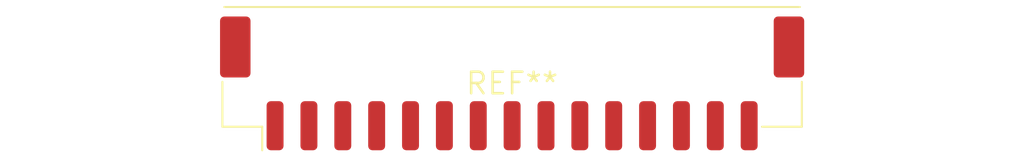
<source format=kicad_pcb>
(kicad_pcb (version 20240108) (generator pcbnew)
  (layers (0 "F.Cu" signal) (31 "B.Cu" signal) (34 "B.Paste" user) (35 "F.Paste" user) (36 "B.SilkS" user "B.Silkscreen") (37 "F.SilkS" user "F.Silkscreen") (38 "B.Mask" user) (39 "F.Mask" user) (44 "Edge.Cuts" user))
  (net 0 "")
  (footprint "Molex_CLIK-Mate_502443-1570_1x15-1MP_P2.00mm_Vertical" (layer "F.Cu") (at 0 0)
    (property "Reference" "REF**")
    (property "Value" "Molex_CLIK-Mate_502443-1570_1x15-1MP_P2.00mm_Vertical")
    (fp_line (start -17.11 -0.09) (end -17.11 2.56) (layer "F.SilkS") (stroke (width 0.12)))
    (fp_line (start -17.11 2.56) (end -14.76 2.56) (layer "F.SilkS") (stroke (width 0.12)))
    (fp_line (start -17 -4.51) (end 17 -4.51) (layer "F.SilkS") (stroke (width 0.12)))
    (fp_line (start -14.76 2.56) (end -14.76 3.95) (layer "F.SilkS") (stroke (width 0.12)))
    (fp_line (start 17.11 -0.09) (end 17.11 2.56) (layer "F.SilkS") (stroke (width 0.12)))
    (fp_line (start 17.11 2.56) (end 14.76 2.56) (layer "F.SilkS") (stroke (width 0.12)))
    (pad "1" smd roundrect (at -14 2.5) (size 1 2.9) (layers "F.Cu" "F.Paste" "F.Mask"))
    (pad "2" smd roundrect (at -12 2.5) (size 1 2.9) (layers "F.Cu" "F.Paste" "F.Mask"))
    (pad "3" smd roundrect (at -10 2.5) (size 1 2.9) (layers "F.Cu" "F.Paste" "F.Mask"))
    (pad "4" smd roundrect (at -8 2.5) (size 1 2.9) (layers "F.Cu" "F.Paste" "F.Mask"))
    (pad "5" smd roundrect (at -6 2.5) (size 1 2.9) (layers "F.Cu" "F.Paste" "F.Mask"))
    (pad "6" smd roundrect (at -4 2.5) (size 1 2.9) (layers "F.Cu" "F.Paste" "F.Mask"))
    (pad "7" smd roundrect (at -2 2.5) (size 1 2.9) (layers "F.Cu" "F.Paste" "F.Mask"))
    (pad "8" smd roundrect (at 0 2.5) (size 1 2.9) (layers "F.Cu" "F.Paste" "F.Mask"))
    (pad "9" smd roundrect (at 2 2.5) (size 1 2.9) (layers "F.Cu" "F.Paste" "F.Mask"))
    (pad "10" smd roundrect (at 4 2.5) (size 1 2.9) (layers "F.Cu" "F.Paste" "F.Mask"))
    (pad "11" smd roundrect (at 6 2.5) (size 1 2.9) (layers "F.Cu" "F.Paste" "F.Mask"))
    (pad "12" smd roundrect (at 8 2.5) (size 1 2.9) (layers "F.Cu" "F.Paste" "F.Mask"))
    (pad "13" smd roundrect (at 10 2.5) (size 1 2.9) (layers "F.Cu" "F.Paste" "F.Mask"))
    (pad "14" smd roundrect (at 12 2.5) (size 1 2.9) (layers "F.Cu" "F.Paste" "F.Mask"))
    (pad "15" smd roundrect (at 14 2.5) (size 1 2.9) (layers "F.Cu" "F.Paste" "F.Mask"))
    (pad "MP" smd roundrect (at -16.35 -2.15) (size 1.8 3.6) (layers "F.Cu" "F.Paste" "F.Mask") (roundrect_rratio 0.138889))
    (pad "MP" smd roundrect (at 16.35 -2.15) (size 1.8 3.6) (layers "F.Cu" "F.Paste" "F.Mask") (roundrect_rratio 0.138889))
  )
)
</source>
